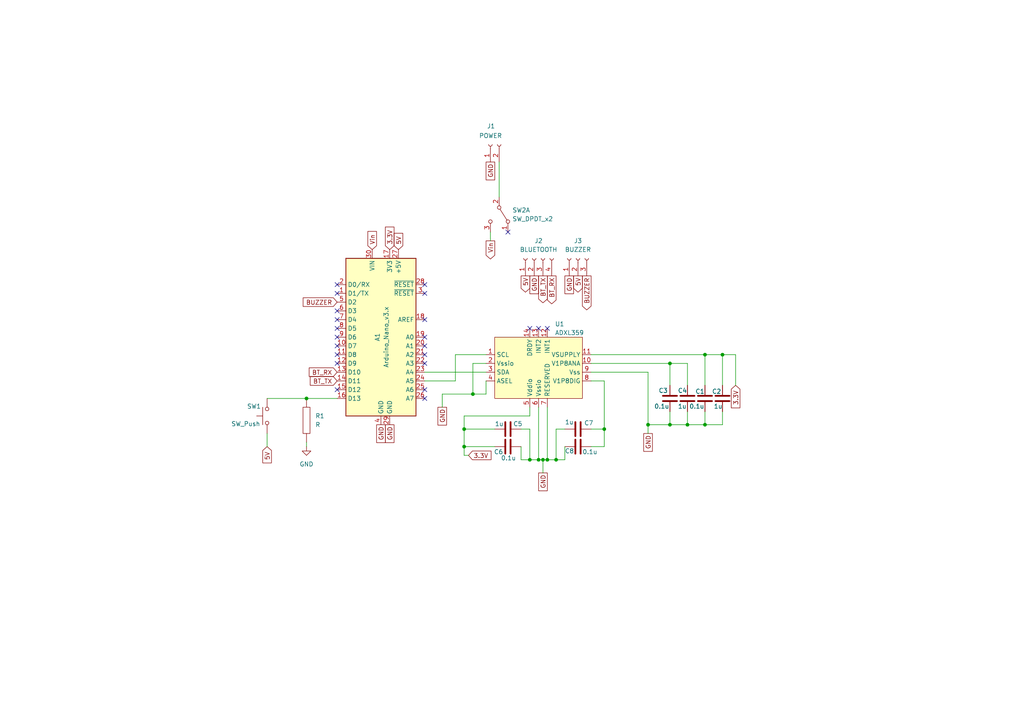
<source format=kicad_sch>
(kicad_sch (version 20231120) (generator "eeschema") (generator_version "8.0")
  (paper "A4")
  (title_block (title "Détecteur de Chute") (date "2024-11-16") (rev "V1.1") (company "Grenoble INP - ESISAR") (comment 1 "BARCELA Léo") (comment 2 "E SILVA NETO José de Deus"))
  (lib_symbols
    (symbol "Connector:Conn_01x02_Female" (pin_names (offset 1.016) hide)
      (property "Reference" "J" (at 0 2.54 0))
      (property "Value" "Conn_01x02_Female" (at 0 -5.08 0))
      (symbol "Conn_01x02_Female_1_1"
        (arc (start 0 -2.032) (mid -0.5058 -2.54) (end 0 -3.048) (stroke (width 0.1524)))
        (polyline (pts (xy -1.27 -2.54) (xy -0.508 -2.54)) (stroke (width 0.1524)))
        (polyline (pts (xy -1.27 0) (xy -0.508 0)) (stroke (width 0.1524)))
        (arc (start 0 0.508) (mid -0.5058 0) (end 0 -0.508) (stroke (width 0.1524)))
        (pin passive line (at -5.08 0 0) (length 3.81) (name "Pin_1") (number "1"))
        (pin passive line (at -5.08 -2.54 0) (length 3.81) (name "Pin_2") (number "2"))
      )
    )
    (symbol "Connector:Conn_01x03_Female" (pin_names (offset 1.016) hide)
      (property "Reference" "J" (at 0 5.08 0))
      (property "Value" "Conn_01x03_Female" (at 0 -5.08 0))
      (symbol "Conn_01x03_Female_1_1"
        (arc (start 0 -2.032) (mid -0.5058 -2.54) (end 0 -3.048) (stroke (width 0.1524)))
        (polyline (pts (xy -1.27 -2.54) (xy -0.508 -2.54)) (stroke (width 0.1524)))
        (polyline (pts (xy -1.27 0) (xy -0.508 0)) (stroke (width 0.1524)))
        (polyline (pts (xy -1.27 2.54) (xy -0.508 2.54)) (stroke (width 0.1524)))
        (arc (start 0 0.508) (mid -0.5058 0) (end 0 -0.508) (stroke (width 0.1524)))
        (arc (start 0 3.048) (mid -0.5058 2.54) (end 0 2.032) (stroke (width 0.1524)))
        (pin passive line (at -5.08 2.54 0) (length 3.81) (name "Pin_1") (number "1"))
        (pin passive line (at -5.08 0 0) (length 3.81) (name "Pin_2") (number "2"))
        (pin passive line (at -5.08 -2.54 0) (length 3.81) (name "Pin_3") (number "3"))
      )
    )
    (symbol "Connector:Conn_01x04_Female" (pin_names (offset 1.016) hide)
      (property "Reference" "J" (at 0 5.08 0))
      (property "Value" "Conn_01x04_Female" (at 0 -7.62 0))
      (symbol "Conn_01x04_Female_1_1"
        (arc (start 0 -4.572) (mid -0.5058 -5.08) (end 0 -5.588) (stroke (width 0.1524)))
        (arc (start 0 -2.032) (mid -0.5058 -2.54) (end 0 -3.048) (stroke (width 0.1524)))
        (polyline (pts (xy -1.27 -5.08) (xy -0.508 -5.08)) (stroke (width 0.1524)))
        (polyline (pts (xy -1.27 -2.54) (xy -0.508 -2.54)) (stroke (width 0.1524)))
        (polyline (pts (xy -1.27 0) (xy -0.508 0)) (stroke (width 0.1524)))
        (polyline (pts (xy -1.27 2.54) (xy -0.508 2.54)) (stroke (width 0.1524)))
        (arc (start 0 0.508) (mid -0.5058 0) (end 0 -0.508) (stroke (width 0.1524)))
        (arc (start 0 3.048) (mid -0.5058 2.54) (end 0 2.032) (stroke (width 0.1524)))
        (pin passive line (at -5.08 2.54 0) (length 3.81) (name "Pin_1") (number "1"))
        (pin passive line (at -5.08 0 0) (length 3.81) (name "Pin_2") (number "2"))
        (pin passive line (at -5.08 -2.54 0) (length 3.81) (name "Pin_3") (number "3"))
        (pin passive line (at -5.08 -5.08 0) (length 3.81) (name "Pin_4") (number "4"))
      )
    )
    (symbol "Device:C" (pin_numbers hide) (pin_names (offset 0.254))
      (property "Reference" "C" (at 0.635 2.54 0))
      (property "Value" "C" (at 0.635 -2.54 0))
      (symbol "C_0_1"
        (polyline (pts (xy -2.032 -0.762) (xy 2.032 -0.762)) (stroke (width 0.508)))
        (polyline (pts (xy -2.032 0.762) (xy 2.032 0.762)) (stroke (width 0.508)))
      )
      (symbol "C_1_1"
        (pin passive line (at 0 3.81 270) (length 2.794) (name "~") (number "1"))
        (pin passive line (at 0 -3.81 90) (length 2.794) (name "~") (number "2"))
      )
    )
    (symbol "MCU_Module:Arduino_Nano_v3.x"
      (property "Reference" "A" (at -10.16 23.495 0))
      (property "Value" "Arduino_Nano_v3.x" (at 5.08 -24.13 0))
      (symbol "Arduino_Nano_v3.x_0_1"
        (rectangle (start -10.16 22.86) (end 10.16 -22.86) (stroke (width 0.254)) (fill (type background)))
      )
      (symbol "Arduino_Nano_v3.x_1_1"
        (pin bidirectional line (at -12.7 12.7 0) (length 2.54) (name "D1/TX") (number "1"))
        (pin bidirectional line (at -12.7 -2.54 0) (length 2.54) (name "D7") (number "10"))
        (pin bidirectional line (at -12.7 -5.08 0) (length 2.54) (name "D8") (number "11"))
        (pin bidirectional line (at -12.7 -7.62 0) (length 2.54) (name "D9") (number "12"))
        (pin bidirectional line (at -12.7 -10.16 0) (length 2.54) (name "D10") (number "13"))
        (pin bidirectional line (at -12.7 -12.7 0) (length 2.54) (name "D11") (number "14"))
        (pin bidirectional line (at -12.7 -15.24 0) (length 2.54) (name "D12") (number "15"))
        (pin bidirectional line (at -12.7 -17.78 0) (length 2.54) (name "D13") (number "16"))
        (pin power_out line (at 2.54 25.4 270) (length 2.54) (name "3V3") (number "17"))
        (pin input line (at 12.7 5.08 180) (length 2.54) (name "AREF") (number "18"))
        (pin bidirectional line (at 12.7 0 180) (length 2.54) (name "A0") (number "19"))
        (pin bidirectional line (at -12.7 15.24 0) (length 2.54) (name "D0/RX") (number "2"))
        (pin bidirectional line (at 12.7 -2.54 180) (length 2.54) (name "A1") (number "20"))
        (pin bidirectional line (at 12.7 -5.08 180) (length 2.54) (name "A2") (number "21"))
        (pin bidirectional line (at 12.7 -7.62 180) (length 2.54) (name "A3") (number "22"))
        (pin bidirectional line (at 12.7 -10.16 180) (length 2.54) (name "A4") (number "23"))
        (pin bidirectional line (at 12.7 -12.7 180) (length 2.54) (name "A5") (number "24"))
        (pin bidirectional line (at 12.7 -15.24 180) (length 2.54) (name "A6") (number "25"))
        (pin bidirectional line (at 12.7 -17.78 180) (length 2.54) (name "A7") (number "26"))
        (pin power_out line (at 5.08 25.4 270) (length 2.54) (name "+5V") (number "27"))
        (pin input line (at 12.7 15.24 180) (length 2.54) (name "~{RESET}") (number "28"))
        (pin power_in line (at 2.54 -25.4 90) (length 2.54) (name "GND") (number "29"))
        (pin input line (at 12.7 12.7 180) (length 2.54) (name "~{RESET}") (number "3"))
        (pin power_in line (at -2.54 25.4 270) (length 2.54) (name "VIN") (number "30"))
        (pin power_in line (at 0 -25.4 90) (length 2.54) (name "GND") (number "4"))
        (pin bidirectional line (at -12.7 10.16 0) (length 2.54) (name "D2") (number "5"))
        (pin bidirectional line (at -12.7 7.62 0) (length 2.54) (name "D3") (number "6"))
        (pin bidirectional line (at -12.7 5.08 0) (length 2.54) (name "D4") (number "7"))
        (pin bidirectional line (at -12.7 2.54 0) (length 2.54) (name "D5") (number "8"))
        (pin bidirectional line (at -12.7 0 0) (length 2.54) (name "D6") (number "9"))
      )
    )
    (symbol "Switch:SW_DPDT_x2" (pin_names (offset 0) hide)
      (property "Reference" "SW" (at 0 4.318 0))
      (property "Value" "SW_DPDT_x2" (at 0 -5.08 0))
      (symbol "SW_DPDT_x2_0_0"
        (circle (center -2.032 0) (radius 0.508))
        (circle (center 2.032 -2.54) (radius 0.508))
      )
      (symbol "SW_DPDT_x2_0_1"
        (polyline (pts (xy -1.524 0.254) (xy 1.651 2.286)))
        (circle (center 2.032 2.54) (radius 0.508))
      )
      (symbol "SW_DPDT_x2_1_1"
        (pin passive line (at 5.08 2.54 180) (length 2.54) (name "A") (number "1"))
        (pin passive line (at -5.08 0 0) (length 2.54) (name "B") (number "2"))
        (pin passive line (at 5.08 -2.54 180) (length 2.54) (name "C") (number "3"))
      )
      (symbol "SW_DPDT_x2_2_1"
        (pin passive line (at 5.08 2.54 180) (length 2.54) (name "A") (number "4"))
        (pin passive line (at -5.08 0 0) (length 2.54) (name "B") (number "5"))
        (pin passive line (at 5.08 -2.54 180) (length 2.54) (name "C") (number "6"))
      )
    )
    (symbol "Switch:SW_Push" (pin_numbers hide) (pin_names (offset 1.016) hide)
      (property "Reference" "SW" (at 1.27 2.54 0))
      (property "Value" "SW_Push" (at 0 -1.524 0))
      (symbol "SW_Push_0_1"
        (circle (center -2.032 0) (radius 0.508))
        (polyline (pts (xy 0 1.27) (xy 0 3.048)))
        (polyline (pts (xy 2.54 1.27) (xy -2.54 1.27)))
        (circle (center 2.032 0) (radius 0.508))
        (pin passive line (at -5.08 0 0) (length 2.54) (name "1") (number "1"))
        (pin passive line (at 5.08 0 180) (length 2.54) (name "2") (number "2"))
      )
    )
    (symbol "ee410-library:ADXL359"
      (property "Reference" "U" (at 0 0 0))
      (symbol "ADXL359_1_1"
        (polyline (pts (xy -12.7 8.89) (xy 12.7 8.89) (xy 12.7 -8.89) (xy -12.7 -8.89) (xy -12.7 8.89)) (fill (type background)))
        (pin bidirectional line (at -15.24 3.81 0) (length 2.54) (name "SCL") (number "1"))
        (pin power_in line (at 15.24 1.27 180) (length 2.54) (name "V1P8ANA") (number "10"))
        (pin power_in line (at 15.24 3.81 180) (length 2.54) (name "VSUPPLY") (number "11"))
        (pin input line (at 2.54 11.43 270) (length 2.54) (name "INT1") (number "12"))
        (pin input line (at 0 11.43 270) (length 2.54) (name "INT2") (number "13"))
        (pin output line (at -2.54 11.43 270) (length 2.54) (name "DRDY") (number "14"))
        (pin input line (at -15.24 1.27 0) (length 2.54) (name "Vssio") (number "2"))
        (pin bidirectional line (at -15.24 -1.27 0) (length 2.54) (name "SDA") (number "3"))
        (pin bidirectional line (at -15.24 -3.81 0) (length 2.54) (name "ASEL") (number "4"))
        (pin power_in line (at -2.54 -11.43 90) (length 2.54) (name "Vddio") (number "5"))
        (pin passive line (at 0 -11.43 90) (length 2.54) (name "Vssio") (number "6"))
        (pin passive line (at 2.54 -11.43 90) (length 2.54) (name "RESERVED") (number "7"))
        (pin power_in line (at 15.24 -3.81 180) (length 2.54) (name "V1P8DIG") (number "8"))
        (pin passive line (at 15.24 -1.27 180) (length 2.54) (name "Vss") (number "9"))
      )
    )
    (symbol "power:GND" (power) (pin_names (offset 0))
      (property "Value" "GND" (at 0 -3.81 0))
      (symbol "GND_0_1"
        (polyline (pts (xy 0 0) (xy 0 -1.27) (xy 1.27 -1.27) (xy 0 -2.54) (xy -1.27 -1.27) (xy 0 -1.27)))
      )
      (symbol "GND_1_1"
        (pin power_in line (at 0 0 270) (length 0) hide (name "GND") (number "1"))
      )
    )
    (symbol "pspice:R" (pin_numbers hide) (pin_names (offset 0))
      (property "Reference" "R" (at 2.032 0 90))
      (property "Value" "R" (at 0 0 90))
      (symbol "R_0_1"
        (rectangle (start -1.016 3.81) (end 1.016 -3.81))
      )
      (symbol "R_1_1"
        (pin passive line (at 0 6.35 270) (length 2.54) (name "~") (number "1"))
        (pin passive line (at 0 -6.35 90) (length 2.54) (name "~") (number "2"))
      )
    )
  )
  (junction (at 199.39 123.19))
  (junction (at 204.47 102.87))
  (junction (at 209.55 102.87))
  (junction (at 88.9 115.57))
  (junction (at 175.26 124.46))
  (junction (at 153.67 133.35))
  (junction (at 157.48 133.35))
  (junction (at 161.29 133.35))
  (junction (at 134.62 124.46))
  (junction (at 137.16 114.3))
  (junction (at 156.21 133.35))
  (junction (at 194.31 105.41))
  (junction (at 134.62 129.54))
  (junction (at 194.31 123.19))
  (junction (at 158.75 133.35))
  (junction (at 204.47 123.19))
  (junction (at 187.96 123.19))
  (no_connect (at 123.19 97.79))
  (no_connect (at 158.75 95.25))
  (no_connect (at 123.19 82.55))
  (no_connect (at 123.19 105.41))
  (no_connect (at 123.19 85.09))
  (no_connect (at 123.19 92.71))
  (no_connect (at 147.32 67.31))
  (no_connect (at 97.79 90.17))
  (no_connect (at 123.19 113.03))
  (no_connect (at 97.79 97.79))
  (no_connect (at 156.21 95.25))
  (no_connect (at 97.79 105.41))
  (no_connect (at 97.79 85.09))
  (no_connect (at 153.67 95.25))
  (no_connect (at 97.79 92.71))
  (no_connect (at 97.79 102.87))
  (no_connect (at 97.79 82.55))
  (no_connect (at 123.19 115.57))
  (no_connect (at 97.79 113.03))
  (no_connect (at 97.79 100.33))
  (no_connect (at 123.19 102.87))
  (no_connect (at 123.19 100.33))
  (no_connect (at 97.79 95.25))
  (wire (pts (xy 204.47 102.87) (xy 209.55 102.87)))
  (wire (pts (xy 171.45 105.41) (xy 194.31 105.41)))
  (wire (pts (xy 123.19 107.95) (xy 140.97 107.95)))
  (wire (pts (xy 153.67 133.35) (xy 151.13 133.35)))
  (wire (pts (xy 187.96 123.19) (xy 187.96 125.73)))
  (wire (pts (xy 204.47 123.19) (xy 209.55 123.19)))
  (wire (pts (xy 153.67 124.46) (xy 153.67 133.35)))
  (wire (pts (xy 194.31 105.41) (xy 194.31 111.76)))
  (wire (pts (xy 123.19 110.49) (xy 132.08 110.49)))
  (wire (pts (xy 161.29 133.35) (xy 158.75 133.35)))
  (wire (pts (xy 163.83 129.54) (xy 163.83 133.35)))
  (wire (pts (xy 204.47 119.38) (xy 204.47 123.19)))
  (wire (pts (xy 171.45 124.46) (xy 175.26 124.46)))
  (wire (pts (xy 77.47 125.73) (xy 77.47 129.54)))
  (wire (pts (xy 194.31 119.38) (xy 194.31 123.19)))
  (wire (pts (xy 175.26 129.54) (xy 175.26 124.46)))
  (wire (pts (xy 134.62 120.65) (xy 134.62 124.46)))
  (wire (pts (xy 163.83 124.46) (xy 161.29 124.46)))
  (wire (pts (xy 144.78 46.99) (xy 144.78 57.15)))
  (wire (pts (xy 213.36 102.87) (xy 209.55 102.87)))
  (wire (pts (xy 209.55 102.87) (xy 209.55 111.76)))
  (wire (pts (xy 137.16 114.3) (xy 140.97 114.3)))
  (wire (pts (xy 171.45 102.87) (xy 204.47 102.87)))
  (wire (pts (xy 163.83 133.35) (xy 161.29 133.35)))
  (wire (pts (xy 171.45 110.49) (xy 175.26 110.49)))
  (wire (pts (xy 187.96 107.95) (xy 187.96 123.19)))
  (wire (pts (xy 134.62 120.65) (xy 153.67 120.65)))
  (wire (pts (xy 134.62 129.54) (xy 143.51 129.54)))
  (wire (pts (xy 175.26 124.46) (xy 175.26 110.49)))
  (wire (pts (xy 151.13 124.46) (xy 153.67 124.46)))
  (wire (pts (xy 158.75 118.11) (xy 158.75 133.35)))
  (wire (pts (xy 156.21 118.11) (xy 156.21 133.35)))
  (wire (pts (xy 158.75 133.35) (xy 157.48 133.35)))
  (wire (pts (xy 209.55 119.38) (xy 209.55 123.19)))
  (wire (pts (xy 153.67 120.65) (xy 153.67 118.11)))
  (wire (pts (xy 194.31 123.19) (xy 199.39 123.19)))
  (wire (pts (xy 137.16 105.41) (xy 137.16 114.3)))
  (wire (pts (xy 171.45 107.95) (xy 187.96 107.95)))
  (wire (pts (xy 88.9 115.57) (xy 97.79 115.57)))
  (wire (pts (xy 157.48 133.35) (xy 156.21 133.35)))
  (wire (pts (xy 134.62 129.54) (xy 134.62 132.08)))
  (wire (pts (xy 140.97 110.49) (xy 140.97 114.3)))
  (wire (pts (xy 187.96 123.19) (xy 194.31 123.19)))
  (wire (pts (xy 213.36 102.87) (xy 213.36 111.76)))
  (wire (pts (xy 199.39 105.41) (xy 194.31 105.41)))
  (wire (pts (xy 199.39 105.41) (xy 199.39 111.76)))
  (wire (pts (xy 161.29 124.46) (xy 161.29 133.35)))
  (wire (pts (xy 137.16 105.41) (xy 140.97 105.41)))
  (wire (pts (xy 128.27 114.3) (xy 137.16 114.3)))
  (wire (pts (xy 134.62 124.46) (xy 143.51 124.46)))
  (wire (pts (xy 128.27 114.3) (xy 128.27 118.11)))
  (wire (pts (xy 132.08 102.87) (xy 140.97 102.87)))
  (wire (pts (xy 156.21 133.35) (xy 153.67 133.35)))
  (wire (pts (xy 77.47 115.57) (xy 88.9 115.57)))
  (wire (pts (xy 134.62 132.08) (xy 135.89 132.08)))
  (wire (pts (xy 134.62 124.46) (xy 134.62 129.54)))
  (wire (pts (xy 88.9 128.27) (xy 88.9 129.54)))
  (wire (pts (xy 199.39 123.19) (xy 204.47 123.19)))
  (wire (pts (xy 142.24 67.31) (xy 142.24 69.85)))
  (wire (pts (xy 171.45 129.54) (xy 175.26 129.54)))
  (wire (pts (xy 132.08 110.49) (xy 132.08 102.87)))
  (wire (pts (xy 157.48 133.35) (xy 157.48 137.16)))
  (wire (pts (xy 151.13 129.54) (xy 151.13 133.35)))
  (wire (pts (xy 199.39 119.38) (xy 199.39 123.19)))
  (wire (pts (xy 204.47 102.87) (xy 204.47 111.76)))
  (global_label "GND" (shape passive) (at 142.24 46.99 270) (property "Intersheetrefs" "${INTERSHEET_REFS}" (effects (hide yes))))
  (global_label "3.3V" (shape input) (at 113.03 72.39 90) (property "Intersheetrefs" "${INTERSHEET_REFS}" (effects (hide yes))))
  (global_label "5V" (shape input) (at 115.57 72.39 90) (property "Intersheetrefs" "${INTERSHEET_REFS}" (effects (hide yes))))
  (global_label "GND" (shape passive) (at 187.96 125.73 270) (property "Intersheetrefs" "${INTERSHEET_REFS}" (effects (hide yes))))
  (global_label "GND" (shape passive) (at 157.48 137.16 270) (property "Intersheetrefs" "${INTERSHEET_REFS}" (effects (hide yes))))
  (global_label "3.3V" (shape input) (at 213.36 111.76 270) (property "Intersheetrefs" "${INTERSHEET_REFS}" (effects (hide yes))))
  (global_label "5V" (shape output) (at 167.64 80.01 270) (property "Intersheetrefs" "${INTERSHEET_REFS}" (effects (hide yes))))
  (global_label "5V" (shape input) (at 77.47 129.54 270) (property "Intersheetrefs" "${INTERSHEET_REFS}" (effects (hide yes))))
  (global_label "BUZZER" (shape input) (at 97.79 87.63 180) (property "Intersheetrefs" "${INTERSHEET_REFS}" (effects (hide yes))))
  (global_label "Vin" (shape output) (at 142.24 69.85 270) (property "Intersheetrefs" "${INTERSHEET_REFS}" (effects (hide yes))))
  (global_label "3.3V" (shape input) (at 135.89 132.08 0) (property "Intersheetrefs" "${INTERSHEET_REFS}" (effects (hide yes))))
  (global_label "BT_RX" (shape input) (at 97.79 107.95 180) (property "Intersheetrefs" "${INTERSHEET_REFS}" (effects (hide yes))))
  (global_label "BUZZER" (shape output) (at 170.18 80.01 270) (property "Intersheetrefs" "${INTERSHEET_REFS}" (effects (hide yes))))
  (global_label "GND" (shape passive) (at 110.49 123.19 270) (property "Intersheetrefs" "${INTERSHEET_REFS}" (effects (hide yes))))
  (global_label "GND" (shape passive) (at 154.94 80.01 270) (property "Intersheetrefs" "${INTERSHEET_REFS}" (effects (hide yes))))
  (global_label "BT_RX" (shape output) (at 160.02 80.01 270) (property "Intersheetrefs" "${INTERSHEET_REFS}" (effects (hide yes))))
  (global_label "BT_TX" (shape output) (at 157.48 80.01 270) (property "Intersheetrefs" "${INTERSHEET_REFS}" (effects (hide yes))))
  (global_label "GND" (shape passive) (at 128.27 118.11 270) (property "Intersheetrefs" "${INTERSHEET_REFS}" (effects (hide yes))))
  (global_label "GND" (shape passive) (at 113.03 123.19 270) (property "Intersheetrefs" "${INTERSHEET_REFS}" (effects (hide yes))))
  (global_label "5V" (shape output) (at 152.4 80.01 270) (property "Intersheetrefs" "${INTERSHEET_REFS}" (effects (hide yes))))
  (global_label "Vin" (shape input) (at 107.95 72.39 90) (property "Intersheetrefs" "${INTERSHEET_REFS}" (effects (hide yes))))
  (global_label "GND" (shape passive) (at 165.1 80.01 270) (property "Intersheetrefs" "${INTERSHEET_REFS}" (effects (hide yes))))
  (global_label "BT_TX" (shape input) (at 97.79 110.49 180) (property "Intersheetrefs" "${INTERSHEET_REFS}" (effects (hide yes))))
  (symbol (lib_id "Device:C") (at 147.32 124.46 270) (unit 1)
    (property "Reference" "C5" (at 148.844 122.936 90) (effects (justify left)))
    (property "Value" "1u" (at 143.51 122.936 90) (effects (justify left)))
    (property "Footprint" "Capacitor_SMD:C_1206_3216Metric" (effects (hide yes)))
    (property "Description" "Unpolarized capacitor" (effects (hide yes)))
  )
  (symbol (lib_id "Device:C") (at 167.64 129.54 270) (unit 1)
    (property "Reference" "C8" (at 163.83 130.81 90) (effects (justify left)))
    (property "Value" "0.1u" (at 168.91 131.064 90) (effects (justify left)))
    (property "Footprint" "Capacitor_SMD:C_1206_3216Metric" (effects (hide yes)))
    (property "Description" "Unpolarized capacitor" (effects (hide yes)))
  )
  (symbol (lib_id "Device:C") (at 167.64 124.46 270) (unit 1)
    (property "Reference" "C7" (at 169.418 122.682 90) (effects (justify left)))
    (property "Value" "1u" (at 163.83 122.428 90) (effects (justify left)))
    (property "Footprint" "Capacitor_SMD:C_1206_3216Metric" (effects (hide yes)))
    (property "Description" "Unpolarized capacitor" (effects (hide yes)))
  )
  (symbol (lib_id "power:GND") (at 88.9 129.54 0) (unit 1)
    (property "Reference" "#PWR01" (effects (hide yes)))
    (property "Value" "GND" (at 88.9 134.62 0))
    (property "Description" "Power symbol creates a global label with name \"GND\" , ground" (effects (hide yes)))
  )
  (symbol (lib_id "Device:C") (at 194.31 115.57 0) (unit 1)
    (property "Reference" "C3" (at 191.008 113.284 0) (effects (justify left)))
    (property "Value" "0.1u" (at 189.738 117.856 0) (effects (justify left)))
    (property "Footprint" "Capacitor_SMD:C_1206_3216Metric" (effects (hide yes)))
    (property "Description" "Unpolarized capacitor" (effects (hide yes)))
  )
  (symbol (lib_id "Connector:Conn_01x03_Female") (at 167.64 74.93 90) (unit 1)
    (property "Reference" "J3" (at 167.64 69.85 90))
    (property "Value" "BUZZER" (at 167.64 72.39 90))
    (property "Footprint" "Connector_PinHeader_2.54mm:PinHeader_1x03_P2.54mm_Vertical" (effects (hide yes)))
    (property "Description" "Generic connector, single row, 01x03, script generated (kicad-library-utils/schlib/autogen/connector/)" (effects (hide yes)))
  )
  (symbol (lib_id "Device:C") (at 209.55 115.57 0) (unit 1)
    (property "Reference" "C2" (at 206.502 113.538 0) (effects (justify left)))
    (property "Value" "1u" (at 207.01 117.856 0) (effects (justify left)))
    (property "Footprint" "Capacitor_SMD:C_1206_3216Metric" (effects (hide yes)))
    (property "Description" "Unpolarized capacitor" (effects (hide yes)))
  )
  (symbol (lib_id "Connector:Conn_01x02_Female") (at 142.24 41.91 90) (unit 1)
    (property "Reference" "J1" (at 141.224 36.576 90) (effects (justify right)))
    (property "Value" "POWER" (at 138.938 39.37 90) (effects (justify right)))
    (property "Footprint" "Connector_PinHeader_2.54mm:PinHeader_1x02_P2.54mm_Vertical" (effects (hide yes)))
    (property "Description" "Generic connector, single row, 01x02, script generated (kicad-library-utils/schlib/autogen/connector/)" (effects (hide yes)))
  )
  (symbol (lib_id "MCU_Module:Arduino_Nano_v3.x") (at 110.49 97.79 0) (unit 1)
    (property "Reference" "A1" (at 109.474 99.06 90) (effects (justify left)))
    (property "Value" "Arduino_Nano_v3.x" (at 112.014 106.68 90) (effects (justify left)))
    (property "Footprint" "Module:Arduino_Nano" (effects (hide yes)))
    (property "Datasheet" "http://www.mouser.com/pdfdocs/Gravitech_Arduino_Nano3_0.pdf" (effects (hide yes)))
    (property "Description" "Arduino Nano v3.x" (effects (hide yes)))
  )
  (symbol (lib_id "Device:C") (at 199.39 115.57 0) (unit 1)
    (property "Reference" "C4" (at 196.596 113.284 0) (effects (justify left)))
    (property "Value" "1u" (at 196.596 117.856 0) (effects (justify left)))
    (property "Footprint" "Capacitor_SMD:C_1206_3216Metric" (effects (hide yes)))
    (property "Description" "Unpolarized capacitor" (effects (hide yes)))
  )
  (symbol (lib_id "Device:C") (at 147.32 129.54 270) (unit 1)
    (property "Reference" "C6" (at 143.256 131.064 90) (effects (justify left)))
    (property "Value" "0.1u" (at 145.288 132.842 90) (effects (justify left)))
    (property "Footprint" "Capacitor_SMD:C_1206_3216Metric" (effects (hide yes)))
    (property "Description" "Unpolarized capacitor" (effects (hide yes)))
  )
  (symbol (lib_id "Connector:Conn_01x04_Female") (at 154.94 74.93 90) (unit 1)
    (property "Reference" "J2" (at 156.21 69.85 90))
    (property "Value" "BLUETOOTH" (at 156.21 72.39 90))
    (property "Footprint" "Connector_PinHeader_2.54mm:PinHeader_1x04_P2.54mm_Vertical" (effects (hide yes)))
    (property "Description" "Generic connector, single row, 01x04, script generated (kicad-library-utils/schlib/autogen/connector/)" (effects (hide yes)))
  )
  (symbol (lib_id "pspice:R") (at 88.9 121.92 0) (unit 1)
    (property "Reference" "R1" (at 91.44 120.6499 0) (effects (justify left)))
    (property "Value" "R" (at 91.44 123.1899 0) (effects (justify left)))
    (property "Footprint" "Resistor_SMD:R_1206_3216Metric_Pad1.30x1.75mm_HandSolder" (effects (hide yes)))
    (property "Description" "Resistor symbol for simulation only" (effects (hide yes)))
  )
  (symbol (lib_id "Switch:SW_Push") (at 77.47 120.65 90) (unit 1)
    (property "Reference" "SW1" (at 71.628 117.856 90) (effects (justify right)))
    (property "Value" "SW_Push" (at 67.056 122.936 90) (effects (justify right)))
    (property "Footprint" "lowprint-pcb-ee410:sw_push_5mm" (effects (hide yes)))
    (property "Description" "Push button switch, generic, two pins" (effects (hide yes)))
  )
  (symbol (lib_id "Device:C") (at 204.47 115.57 0) (unit 1)
    (property "Reference" "C1" (at 201.676 113.538 0) (effects (justify left)))
    (property "Value" "0.1u" (at 199.898 117.856 0) (effects (justify left)))
    (property "Footprint" "Capacitor_SMD:C_1206_3216Metric" (effects (hide yes)))
    (property "Description" "Unpolarized capacitor" (effects (hide yes)))
  )
  (symbol (lib_id "Switch:SW_DPDT_x2") (at 144.78 62.23 270) (unit 1)
    (property "Reference" "SW2" (at 148.59 60.9599 90) (effects (justify left)))
    (property "Value" "SW_DPDT_x2" (at 148.59 63.4999 90) (effects (justify left)))
    (property "Footprint" "Connector_PinHeader_2.54mm:PinHeader_1x03_P2.54mm_Vertical" (effects (hide yes)))
    (property "Description" "Switch, dual pole double throw, separate symbols" (effects (hide yes)))
  )
  (symbol (lib_id "ee410-library:ADXL359") (at 156.21 106.68 0) (unit 1)
    (property "Reference" "U1" (at 160.9441 93.98 0) (effects (justify left)))
    (property "Value" "ADXL359" (at 160.9441 96.52 0) (effects (justify left)))
    (property "Footprint" "lowprint-pcb-ee410:ADXL359" (effects (hide yes)))
  )
)
</source>
